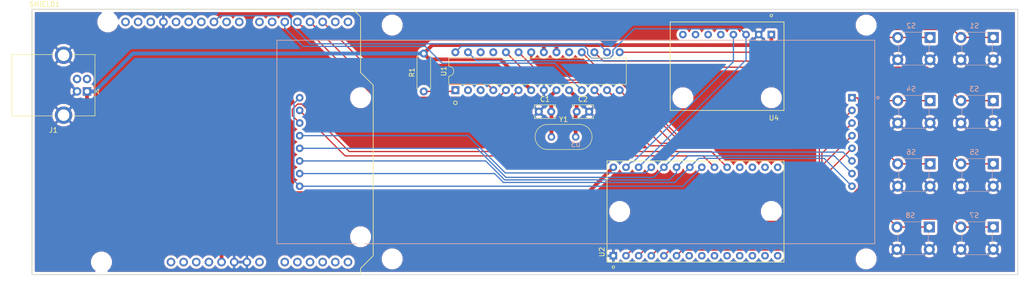
<source format=kicad_pcb>
(kicad_pcb (version 20171130) (host pcbnew "(5.0.0)")
  (title_block (title "Noise Clock") (date 2018-12-31) (rev 1.0) (comment 2 https://creativecommons.org/licenses/by/4.0/) (comment 3 "License: CC BY 4.0") (comment 4 "Author: Scott Almond"))
  (layers (0 F.Cu signal) (31 B.Cu signal) (34 B.Paste user) (35 F.Paste user) (36 B.SilkS user) (37 F.SilkS user) (38 B.Mask user) (39 F.Mask user) (44 Edge.Cuts user))
  (net 0 "")
  (net 1 "Net-(C1-Pad2)")
  (net 2 GND)
  (net 3 "Net-(C2-Pad1)")
  (net 4 +5V)
  (net 5 "Net-(J1-Pad2)")
  (net 6 "Net-(J1-Pad3)")
  (net 7 "Net-(R1-Pad1)")
  (net 8 "Net-(SHIELD1-Pad3V3)")
  (net 9 "Net-(SHIELD1-PadAREF)")
  (net 10 BR+)
  (net 11 "Net-(U1-Pad2)")
  (net 12 CCS)
  (net 13 "Net-(U1-Pad3)")
  (net 14 MIN+)
  (net 15 LCS)
  (net 16 HR+)
  (net 17 CLK)
  (net 18 "Net-(U1-Pad19)")
  (net 19 DI)
  (net 20 MIN-)
  (net 21 HR-)
  (net 22 LAT)
  (net 23 "Net-(U1-Pad25)")
  (net 24 SONG-)
  (net 25 "Net-(U1-Pad26)")
  (net 26 SONG+)
  (net 27 SDA)
  (net 28 BR-)
  (net 29 SCL)
  (net 30 "Net-(U2-Pad14)")
  (net 31 "Net-(U2-Pad13)")
  (net 32 "Net-(U2-Pad12)")
  (net 33 "Net-(U2-Pad11)")
  (net 34 "Net-(U2-Pad10)")
  (net 35 "Net-(U2-Pad9)")
  (net 36 "Net-(U2-Pad8)")
  (net 37 "Net-(U2-Pad7)")
  (net 38 COM1)
  (net 39 COM5)
  (net 40 COM4)
  (net 41 COM3)
  (net 42 COM2)
  (net 43 "Net-(U2-Pad15)")
  (net 44 "Net-(U2-Pad16)")
  (net 45 "Net-(U2-Pad17)")
  (net 46 "Net-(U2-Pad18)")
  (net 47 SEG_G)
  (net 48 SEG_F)
  (net 49 SEG_E_DP5)
  (net 50 SEG_D_DP2)
  (net 51 SEG_C_DP1)
  (net 52 SEG_B_DP3-4)
  (net 53 SEG_A)
  (net 54 "Net-(U4-Pad5)")
  (net 55 "Net-(U4-Pad6)")
  (net 56 "Net-(U4-Pad7)")
  (net 57 "Net-(U4-Pad8)")
  (net 58 "Net-(SHIELD1-PadA0)")
  (net 59 "Net-(SHIELD1-PadRST1)")
  (net 60 "Net-(SHIELD1-PadIORF)")
  (net 61 "Net-(SHIELD1-PadD0)")
  (net 62 "Net-(SHIELD1-PadD1)")
  (net 63 "Net-(SHIELD1-PadD6)")
  (net 64 "Net-(SHIELD1-PadD7)")
  (net 65 "Net-(SHIELD1-PadD8)")
  (net 66 "Net-(SHIELD1-PadD9)")
  (net 67 "Net-(SHIELD1-PadSCL)")
  (net 68 "Net-(SHIELD1-PadSDA)")
  (net 69 "Net-(SHIELD1-PadD13)")
  (net 70 "Net-(SHIELD1-PadD12)")
  (net 71 "Net-(SHIELD1-PadD11)")
  (net 72 "Net-(SHIELD1-PadA1)")
  (net 73 "Net-(SHIELD1-PadA2)")
  (net 74 "Net-(SHIELD1-PadA3)")
  (net 75 "Net-(SHIELD1-PadA4)")
  (net 76 "Net-(SHIELD1-PadA5)")
  (net 77 "Net-(SHIELD1-PadV_IN)")
  (net 78 "Net-(SHIELD1-PadNC)")
  (module Package_DIP:DIP-28_W7.62mm (layer F.Cu) (at 143.51 88.646 90)
    (fp_text reference U1 (at 3.81 -2.33 90) (layer F.SilkS))
    (fp_text value ATmega328P-PU)
    (pad 1 thru_hole rect (at 0 0 90) (size 1.6 1.6) (drill 0.8) (layers *.Cu *.Mask) (net 7 "Net-(R1-Pad1)"))
    (pad 15 thru_hole oval (at 7.62 33.02 90) (size 1.6 1.6) (drill 0.8) (layers *.Cu *.Mask) (net 24 SONG-))
    (pad 2 thru_hole oval (at 0 2.54 90) (size 1.6 1.6) (drill 0.8) (layers *.Cu *.Mask) (net 11 "Net-(U1-Pad2)"))
    (pad 16 thru_hole oval (at 7.62 30.48 90) (size 1.6 1.6) (drill 0.8) (layers *.Cu *.Mask) (net 12 CCS))
    (pad 3 thru_hole oval (at 0 5.08 90) (size 1.6 1.6) (drill 0.8) (layers *.Cu *.Mask) (net 13 "Net-(U1-Pad3)"))
    (pad 17 thru_hole oval (at 7.62 27.94 90) (size 1.6 1.6) (drill 0.8) (layers *.Cu *.Mask) (net 26 SONG+))
    (pad 4 thru_hole oval (at 0 7.62 90) (size 1.6 1.6) (drill 0.8) (layers *.Cu *.Mask) (net 15 LCS))
    (pad 18 thru_hole oval (at 7.62 25.4 90) (size 1.6 1.6) (drill 0.8) (layers *.Cu *.Mask) (net 28 BR-))
    (pad 5 thru_hole oval (at 0 10.16 90) (size 1.6 1.6) (drill 0.8) (layers *.Cu *.Mask) (net 17 CLK))
    (pad 19 thru_hole oval (at 7.62 22.86 90) (size 1.6 1.6) (drill 0.8) (layers *.Cu *.Mask) (net 18 "Net-(U1-Pad19)"))
    (pad 6 thru_hole oval (at 0 12.7 90) (size 1.6 1.6) (drill 0.8) (layers *.Cu *.Mask) (net 19 DI))
    (pad 20 thru_hole oval (at 7.62 20.32 90) (size 1.6 1.6) (drill 0.8) (layers *.Cu *.Mask) (net 4 +5V))
    (pad 7 thru_hole oval (at 0 15.24 90) (size 1.6 1.6) (drill 0.8) (layers *.Cu *.Mask) (net 4 +5V))
    (pad 21 thru_hole oval (at 7.62 17.78 90) (size 1.6 1.6) (drill 0.8) (layers *.Cu *.Mask) (net 4 +5V))
    (pad 8 thru_hole oval (at 0 17.78 90) (size 1.6 1.6) (drill 0.8) (layers *.Cu *.Mask) (net 2 GND))
    (pad 22 thru_hole oval (at 7.62 15.24 90) (size 1.6 1.6) (drill 0.8) (layers *.Cu *.Mask) (net 2 GND))
    (pad 9 thru_hole oval (at 0 20.32 90) (size 1.6 1.6) (drill 0.8) (layers *.Cu *.Mask) (net 1 "Net-(C1-Pad2)"))
    (pad 23 thru_hole oval (at 7.62 12.7 90) (size 1.6 1.6) (drill 0.8) (layers *.Cu *.Mask) (net 10 BR+))
    (pad 10 thru_hole oval (at 0 22.86 90) (size 1.6 1.6) (drill 0.8) (layers *.Cu *.Mask) (net 3 "Net-(C2-Pad1)"))
    (pad 24 thru_hole oval (at 7.62 10.16 90) (size 1.6 1.6) (drill 0.8) (layers *.Cu *.Mask) (net 20 MIN-))
    (pad 11 thru_hole oval (at 0 25.4 90) (size 1.6 1.6) (drill 0.8) (layers *.Cu *.Mask) (net 22 LAT))
    (pad 25 thru_hole oval (at 7.62 7.62 90) (size 1.6 1.6) (drill 0.8) (layers *.Cu *.Mask) (net 23 "Net-(U1-Pad25)"))
    (pad 12 thru_hole oval (at 0 27.94 90) (size 1.6 1.6) (drill 0.8) (layers *.Cu *.Mask) (net 16 HR+))
    (pad 26 thru_hole oval (at 7.62 5.08 90) (size 1.6 1.6) (drill 0.8) (layers *.Cu *.Mask) (net 25 "Net-(U1-Pad26)"))
    (pad 13 thru_hole oval (at 0 30.48 90) (size 1.6 1.6) (drill 0.8) (layers *.Cu *.Mask) (net 21 HR-))
    (pad 27 thru_hole oval (at 7.62 2.54 90) (size 1.6 1.6) (drill 0.8) (layers *.Cu *.Mask) (net 27 SDA))
    (pad 14 thru_hole oval (at 0 33.02 90) (size 1.6 1.6) (drill 0.8) (layers *.Cu *.Mask) (net 14 MIN+))
    (pad 28 thru_hole oval (at 7.62 0 90) (size 1.6 1.6) (drill 0.8) (layers *.Cu *.Mask) (net 29 SCL))
  )
  (module project_custom:KW4-12041CUGA (layer B.Cu) (at 167.715001 99.06 180)
    (fp_text reference U3 (at 0 -0.5 180) (layer B.SilkS) (effects (justify mirror)))
    (fp_text value KW4-12041CUGA)
    (pad 1 thru_hole rect (at -55.499 8.89 180) (size 1.524 1.524) (drill 0.762) (layers *.Cu *.Mask) (net 38 COM1))
    (pad 2 thru_hole circle (at -55.499 6.35 180) (size 1.524 1.524) (drill 0.762) (layers *.Cu *.Mask) (net 42 COM2))
    (pad 3 thru_hole circle (at -55.499 3.81 180) (size 1.524 1.524) (drill 0.762) (layers *.Cu *.Mask) (net 41 COM3))
    (pad 4 thru_hole circle (at -55.499 1.27 180) (size 1.524 1.524) (drill 0.762) (layers *.Cu *.Mask) (net 40 COM4))
    (pad 5 thru_hole circle (at -55.499 -1.27 180) (size 1.524 1.524) (drill 0.762) (layers *.Cu *.Mask) (net 39 COM5))
    (pad 6 thru_hole circle (at -55.499 -3.81 180) (size 1.524 1.524) (drill 0.762) (layers *.Cu *.Mask) (net 52 SEG_B_DP3-4))
    (pad 7 thru_hole circle (at -55.499 -6.35 180) (size 1.524 1.524) (drill 0.762) (layers *.Cu *.Mask) (net 51 SEG_C_DP1))
    (pad 8 thru_hole circle (at -55.499 -8.89 180) (size 1.524 1.524) (drill 0.762) (layers *.Cu *.Mask) (net 50 SEG_D_DP2))
    (pad 9 thru_hole circle (at 55.499 -8.89 180) (size 1.524 1.524) (drill 0.762) (layers *.Cu *.Mask) (net 49 SEG_E_DP5))
    (pad 10 thru_hole circle (at 55.499 -6.35 180) (size 1.524 1.524) (drill 0.762) (layers *.Cu *.Mask) (net 50 SEG_D_DP2))
    (pad 11 thru_hole circle (at 55.499 -3.81 180) (size 1.524 1.524) (drill 0.762) (layers *.Cu *.Mask) (net 51 SEG_C_DP1))
    (pad 12 thru_hole circle (at 55.499 -1.27 180) (size 1.524 1.524) (drill 0.762) (layers *.Cu *.Mask) (net 52 SEG_B_DP3-4))
    (pad 13 thru_hole circle (at 55.499 1.27 180) (size 1.524 1.524) (drill 0.762) (layers *.Cu *.Mask) (net 53 SEG_A))
    (pad 14 thru_hole circle (at 55.499 3.81 180) (size 1.524 1.524) (drill 0.762) (layers *.Cu *.Mask) (net 47 SEG_G))
    (pad 15 thru_hole circle (at 55.499 6.35 180) (size 1.524 1.524) (drill 0.762) (layers *.Cu *.Mask) (net 48 SEG_F))
    (pad 16 thru_hole circle (at 55.499 8.89 180) (size 1.524 1.524) (drill 0.762) (layers *.Cu *.Mask) (net 49 SEG_E_DP5))
  )
  (module project_custom:DS3231_breakout (layer F.Cu) (at 198.12 83.82 180)
    (fp_text reference U4 (at -9.398 -10.414 180) (layer F.SilkS))
    (fp_text value DS3231_breakout)
    (pad "" np_thru_hole circle (at 8.89 -6.35 180) (size 3.2 3.2) (drill 3.2) (layers *.Cu *.Mask))
    (pad "" np_thru_hole circle (at -8.89 -6.35 180) (size 3.2 3.2) (drill 3.2) (layers *.Cu *.Mask))
    (pad 8 thru_hole circle (at 8.89 6.35 180) (size 1.524 1.524) (drill 0.762) (layers *.Cu *.Mask) (net 57 "Net-(U4-Pad8)"))
    (pad 7 thru_hole circle (at 6.35 6.35 180) (size 1.524 1.524) (drill 0.762) (layers *.Cu *.Mask) (net 56 "Net-(U4-Pad7)"))
    (pad 6 thru_hole circle (at 3.81 6.35 180) (size 1.524 1.524) (drill 0.762) (layers *.Cu *.Mask) (net 55 "Net-(U4-Pad6)"))
    (pad 5 thru_hole circle (at 1.27 6.35 180) (size 1.524 1.524) (drill 0.762) (layers *.Cu *.Mask) (net 54 "Net-(U4-Pad5)"))
    (pad 4 thru_hole circle (at -1.27 6.35 180) (size 1.524 1.524) (drill 0.762) (layers *.Cu *.Mask) (net 27 SDA))
    (pad 3 thru_hole circle (at -3.81 6.35 180) (size 1.524 1.524) (drill 0.762) (layers *.Cu *.Mask) (net 29 SCL))
    (pad 2 thru_hole circle (at -6.35 6.35 180) (size 1.524 1.524) (drill 0.762) (layers *.Cu *.Mask) (net 2 GND))
    (pad 1 thru_hole rect (at -8.89 6.35 180) (size 1.524 1.524) (drill 0.762) (layers *.Cu *.Mask) (net 4 +5V))
  )
  (module project_custom:HT16K33_breakout (layer F.Cu) (at 191.77 113.03 90)
    (fp_text reference U2 (at -8.128 -18.796 90) (layer F.SilkS))
    (fp_text value HT16K33_breakout)
    (pad "" np_thru_hole circle (at 0 15.24 90) (size 3.2 3.2) (drill 3.2) (layers *.Cu *.Mask))
    (pad "" np_thru_hole circle (at 0 -15.24 90) (size 3.2 3.2) (drill 3.2) (layers *.Cu *.Mask))
    (pad 28 thru_hole circle (at 8.89 -16.51 90) (size 1.524 1.524) (drill 0.762) (layers *.Cu *.Mask) (net 4 +5V))
    (pad 27 thru_hole circle (at 8.89 -13.97 90) (size 1.524 1.524) (drill 0.762) (layers *.Cu *.Mask) (net 27 SDA))
    (pad 26 thru_hole circle (at 8.89 -11.43 90) (size 1.524 1.524) (drill 0.762) (layers *.Cu *.Mask) (net 29 SCL))
    (pad 25 thru_hole circle (at 8.89 -8.89 90) (size 1.524 1.524) (drill 0.762) (layers *.Cu *.Mask) (net 53 SEG_A))
    (pad 24 thru_hole circle (at 8.89 -6.35 90) (size 1.524 1.524) (drill 0.762) (layers *.Cu *.Mask) (net 52 SEG_B_DP3-4))
    (pad 23 thru_hole circle (at 8.89 -3.81 90) (size 1.524 1.524) (drill 0.762) (layers *.Cu *.Mask) (net 51 SEG_C_DP1))
    (pad 22 thru_hole circle (at 8.89 -1.143 90) (size 1.524 1.524) (drill 0.762) (layers *.Cu *.Mask) (net 50 SEG_D_DP2))
    (pad 21 thru_hole circle (at 8.89 1.27 90) (size 1.524 1.524) (drill 0.762) (layers *.Cu *.Mask) (net 49 SEG_E_DP5))
    (pad 20 thru_hole circle (at 8.89 3.81 90) (size 1.524 1.524) (drill 0.762) (layers *.Cu *.Mask) (net 48 SEG_F))
    (pad 19 thru_hole circle (at 8.89 6.35 90) (size 1.524 1.524) (drill 0.762) (layers *.Cu *.Mask) (net 47 SEG_G))
    (pad 18 thru_hole circle (at 8.89 8.89 90) (size 1.524 1.524) (drill 0.762) (layers *.Cu *.Mask) (net 46 "Net-(U2-Pad18)"))
    (pad 17 thru_hole circle (at 8.89 11.43 90) (size 1.524 1.524) (drill 0.762) (layers *.Cu *.Mask) (net 45 "Net-(U2-Pad17)"))
    (pad 16 thru_hole circle (at 8.89 13.97 90) (size 1.524 1.524) (drill 0.762) (layers *.Cu *.Mask) (net 44 "Net-(U2-Pad16)"))
    (pad 15 thru_hole circle (at 8.89 16.51 90) (size 1.524 1.524) (drill 0.762) (layers *.Cu *.Mask) (net 43 "Net-(U2-Pad15)"))
    (pad 1 thru_hole rect (at -8.89 -16.51 90) (size 1.524 1.524) (drill 0.762) (layers *.Cu *.Mask) (net 2 GND))
    (pad 2 thru_hole circle (at -8.89 -13.97 90) (size 1.524 1.524) (drill 0.762) (layers *.Cu *.Mask) (net 42 COM2))
    (pad 3 thru_hole circle (at -8.89 -11.43 90) (size 1.524 1.524) (drill 0.762) (layers *.Cu *.Mask) (net 41 COM3))
    (pad 4 thru_hole circle (at -8.89 -8.89 90) (size 1.524 1.524) (drill 0.762) (layers *.Cu *.Mask) (net 40 COM4))
    (pad 5 thru_hole circle (at -8.89 -6.35 90) (size 1.524 1.524) (drill 0.762) (layers *.Cu *.Mask) (net 39 COM5))
    (pad 6 thru_hole circle (at -8.89 -3.81 90) (size 1.524 1.524) (drill 0.762) (layers *.Cu *.Mask) (net 38 COM1))
    (pad 7 thru_hole circle (at -8.89 -1.27 90) (size 1.524 1.524) (drill 0.762) (layers *.Cu *.Mask) (net 37 "Net-(U2-Pad7)"))
    (pad 8 thru_hole circle (at -8.89 1.27 90) (size 1.524 1.524) (drill 0.762) (layers *.Cu *.Mask) (net 36 "Net-(U2-Pad8)"))
    (pad 9 thru_hole circle (at -8.89 3.81 90) (size 1.524 1.524) (drill 0.762) (layers *.Cu *.Mask) (net 35 "Net-(U2-Pad9)"))
    (pad 10 thru_hole circle (at -8.89 6.35 90) (size 1.524 1.524) (drill 0.762) (layers *.Cu *.Mask) (net 34 "Net-(U2-Pad10)"))
    (pad 11 thru_hole circle (at -8.89 8.89 90) (size 1.524 1.524) (drill 0.762) (layers *.Cu *.Mask) (net 33 "Net-(U2-Pad11)"))
    (pad 12 thru_hole circle (at -8.89 11.43 90) (size 1.524 1.524) (drill 0.762) (layers *.Cu *.Mask) (net 32 "Net-(U2-Pad12)"))
    (pad 13 thru_hole circle (at -8.89 13.97 90) (size 1.524 1.524) (drill 0.762) (layers *.Cu *.Mask) (net 31 "Net-(U2-Pad13)"))
    (pad 14 thru_hole circle (at -8.89 16.51 90) (size 1.524 1.524) (drill 0.762) (layers *.Cu *.Mask) (net 30 "Net-(U2-Pad14)"))
  )
  (module project_custom:Arduino_Uno_Shield (layer F.Cu) (at 58.42 125.73)
    (fp_text reference SHIELD1 (at 2.54 -54.356) (layer F.SilkS))
    (fp_text value ARDUINO_SHIELD)
    (pad A5 thru_hole oval (at 63.5 -2.54) (size 1.7272 1.7272) (drill 1.016) (layers *.Cu *.Mask) (net 76 "Net-(SHIELD1-PadA5)"))
    (pad A4 thru_hole oval (at 60.96 -2.54) (size 1.7272 1.7272) (drill 1.016) (layers *.Cu *.Mask) (net 75 "Net-(SHIELD1-PadA4)"))
    (pad A3 thru_hole oval (at 58.42 -2.54) (size 1.7272 1.7272) (drill 1.016) (layers *.Cu *.Mask) (net 74 "Net-(SHIELD1-PadA3)"))
    (pad A2 thru_hole oval (at 55.88 -2.54) (size 1.7272 1.7272) (drill 1.016) (layers *.Cu *.Mask) (net 73 "Net-(SHIELD1-PadA2)"))
    (pad A1 thru_hole oval (at 53.34 -2.54) (size 1.7272 1.7272) (drill 1.016) (layers *.Cu *.Mask) (net 72 "Net-(SHIELD1-PadA1)"))
    (pad NC thru_hole oval (at 27.94 -2.54) (size 1.7272 1.7272) (drill 1.016) (layers *.Cu *.Mask) (net 78 "Net-(SHIELD1-PadNC)"))
    (pad D11 thru_hole oval (at 34.036 -50.8) (size 1.7272 1.7272) (drill 1.016) (layers *.Cu *.Mask) (net 71 "Net-(SHIELD1-PadD11)"))
    (pad D12 thru_hole oval (at 31.496 -50.8) (size 1.7272 1.7272) (drill 1.016) (layers *.Cu *.Mask) (net 70 "Net-(SHIELD1-PadD12)"))
    (pad D13 thru_hole oval (at 28.956 -50.8) (size 1.7272 1.7272) (drill 1.016) (layers *.Cu *.Mask) (net 69 "Net-(SHIELD1-PadD13)"))
    (pad AREF thru_hole oval (at 23.876 -50.8) (size 1.7272 1.7272) (drill 1.016) (layers *.Cu *.Mask) (net 9 "Net-(SHIELD1-PadAREF)"))
    (pad SDA thru_hole oval (at 21.336 -50.8) (size 1.7272 1.7272) (drill 1.016) (layers *.Cu *.Mask) (net 68 "Net-(SHIELD1-PadSDA)"))
    (pad SCL thru_hole oval (at 18.796 -50.8) (size 1.7272 1.7272) (drill 1.016) (layers *.Cu *.Mask) (net 67 "Net-(SHIELD1-PadSCL)"))
    (pad "" np_thru_hole circle (at 13.97 -2.54) (size 3.2 3.2) (drill 3.2) (layers *.Cu *.Mask))
    (pad "" np_thru_hole circle (at 15.24 -50.8) (size 3.2 3.2) (drill 3.2) (layers *.Cu *.Mask))
    (pad "" np_thru_hole circle (at 66.04 -35.56) (size 3.2 3.2) (drill 3.2) (layers *.Cu *.Mask))
    (pad "" np_thru_hole circle (at 66.04 -7.62) (size 3.2 3.2) (drill 3.2) (layers *.Cu *.Mask))
    (pad D10 thru_hole oval (at 36.576 -50.8) (size 1.7272 1.7272) (drill 1.016) (layers *.Cu *.Mask) (net 12 CCS))
    (pad D9 thru_hole oval (at 39.116 -50.8) (size 1.7272 1.7272) (drill 1.016) (layers *.Cu *.Mask) (net 66 "Net-(SHIELD1-PadD9)"))
    (pad D8 thru_hole oval (at 41.656 -50.8) (size 1.7272 1.7272) (drill 1.016) (layers *.Cu *.Mask) (net 65 "Net-(SHIELD1-PadD8)"))
    (pad GND3 thru_hole oval (at 26.416 -50.8) (size 1.7272 1.7272) (drill 1.016) (layers *.Cu *.Mask) (net 2 GND))
    (pad D7 thru_hole oval (at 45.72 -50.8) (size 1.7272 1.7272) (drill 1.016) (layers *.Cu *.Mask) (net 64 "Net-(SHIELD1-PadD7)"))
    (pad D6 thru_hole oval (at 48.26 -50.8) (size 1.7272 1.7272) (drill 1.016) (layers *.Cu *.Mask) (net 63 "Net-(SHIELD1-PadD6)"))
    (pad D5 thru_hole oval (at 50.8 -50.8) (size 1.7272 1.7272) (drill 1.016) (layers *.Cu *.Mask) (net 22 LAT))
    (pad D4 thru_hole oval (at 53.34 -50.8) (size 1.7272 1.7272) (drill 1.016) (layers *.Cu *.Mask) (net 19 DI))
    (pad D3 thru_hole oval (at 55.88 -50.8) (size 1.7272 1.7272) (drill 1.016) (layers *.Cu *.Mask) (net 17 CLK))
    (pad D2 thru_hole oval (at 58.42 -50.8) (size 1.7272 1.7272) (drill 1.016) (layers *.Cu *.Mask) (net 15 LCS))
    (pad D1 thru_hole oval (at 60.96 -50.8) (size 1.7272 1.7272) (drill 1.016) (layers *.Cu *.Mask) (net 62 "Net-(SHIELD1-PadD1)"))
    (pad D0 thru_hole oval (at 63.5 -50.8) (size 1.7272 1.7272) (drill 1.016) (layers *.Cu *.Mask) (net 61 "Net-(SHIELD1-PadD0)"))
    (pad IORF thru_hole oval (at 30.48 -2.54) (size 1.7272 1.7272) (drill 1.016) (layers *.Cu *.Mask) (net 60 "Net-(SHIELD1-PadIORF)"))
    (pad RST1 thru_hole oval (at 33.02 -2.54) (size 1.7272 1.7272) (drill 1.016) (layers *.Cu *.Mask) (net 59 "Net-(SHIELD1-PadRST1)"))
    (pad 3V3 thru_hole oval (at 35.56 -2.54) (size 1.7272 1.7272) (drill 1.016) (layers *.Cu *.Mask) (net 8 "Net-(SHIELD1-Pad3V3)"))
    (pad 5VA thru_hole oval (at 38.1 -2.54) (size 1.7272 1.7272) (drill 1.016) (layers *.Cu *.Mask) (net 4 +5V))
    (pad GND1 thru_hole oval (at 40.64 -2.54) (size 1.7272 1.7272) (drill 1.016) (layers *.Cu *.Mask) (net 2 GND))
    (pad GND2 thru_hole oval (at 43.18 -2.54) (size 1.7272 1.7272) (drill 1.016) (layers *.Cu *.Mask) (net 2 GND))
    (pad V_IN thru_hole oval (at 45.72 -2.54) (size 1.7272 1.7272) (drill 1.016) (layers *.Cu *.Mask) (net 77 "Net-(SHIELD1-PadV_IN)"))
    (pad A0 thru_hole oval (at 50.8 -2.54) (size 1.7272 1.7272) (drill 1.016) (layers *.Cu *.Mask) (net 58 "Net-(SHIELD1-PadA0)"))
  )
  (module Capacitor_THT:C_Rect_L4.0mm_W2.5mm_P2.50mm (layer F.Cu) (at 160.274 92.964)
    (fp_text reference C1 (at 1.25 -2.5) (layer F.SilkS))
    (fp_text value 20pF)
    (pad 2 thru_hole circle (at 2.5 0) (size 1.6 1.6) (drill 0.8) (layers *.Cu *.Mask) (net 1 "Net-(C1-Pad2)"))
    (pad 1 thru_hole circle (at 0 0) (size 1.6 1.6) (drill 0.8) (layers *.Cu *.Mask) (net 2 GND))
  )
  (module Capacitor_THT:C_Rect_L4.0mm_W2.5mm_P2.50mm (layer F.Cu) (at 167.894 92.964)
    (fp_text reference C2 (at 1.25 -2.5) (layer F.SilkS))
    (fp_text value 20pF)
    (pad 2 thru_hole circle (at 2.5 0) (size 1.6 1.6) (drill 0.8) (layers *.Cu *.Mask) (net 2 GND))
    (pad 1 thru_hole circle (at 0 0) (size 1.6 1.6) (drill 0.8) (layers *.Cu *.Mask) (net 3 "Net-(C2-Pad1)"))
  )
  (module Connector_USB:USB_B_OST_USB-B1HSxx_Horizontal (layer F.Cu) (at 69.48 88.9 180)
    (fp_text reference J1 (at 6.76 -7.77 180) (layer F.SilkS))
    (fp_text value USB_B)
    (pad 5 thru_hole circle (at 4.71 7.27 180) (size 3.5 3.5) (drill 2.33) (layers *.Cu *.Mask) (net 2 GND))
    (pad 5 thru_hole circle (at 4.71 -4.77 180) (size 3.5 3.5) (drill 2.33) (layers *.Cu *.Mask) (net 2 GND))
    (pad 4 thru_hole circle (at 2 0 180) (size 1.7 1.7) (drill 0.92) (layers *.Cu *.Mask) (net 2 GND))
    (pad 3 thru_hole circle (at 2 2.5 180) (size 1.7 1.7) (drill 0.92) (layers *.Cu *.Mask) (net 6 "Net-(J1-Pad3)"))
    (pad 2 thru_hole circle (at 0 2.5 180) (size 1.7 1.7) (drill 0.92) (layers *.Cu *.Mask) (net 5 "Net-(J1-Pad2)"))
    (pad 1 thru_hole rect (at 0 0 180) (size 1.7 1.7) (drill 0.92) (layers *.Cu *.Mask) (net 4 +5V))
  )
  (module Resistor_THT:R_Axial_DIN0207_L6.3mm_D2.5mm_P7.62mm_Horizontal (layer F.Cu) (at 137.16 88.9 90)
    (fp_text reference R1 (at 3.81 -2.37 90) (layer F.SilkS))
    (fp_text value 10k)
    (pad 2 thru_hole oval (at 7.62 0 90) (size 1.6 1.6) (drill 0.8) (layers *.Cu *.Mask) (net 4 +5V))
    (pad 1 thru_hole circle (at 0 0 90) (size 1.6 1.6) (drill 0.8) (layers *.Cu *.Mask) (net 7 "Net-(R1-Pad1)"))
  )
  (module digikey-footprints:Switch_Tactile_THT_6x6mm (layer B.Cu) (at 251.61 78.05 180)
    (fp_text reference S1 (at 3.81 2.3368 180) (layer B.SilkS) (effects (justify mirror)))
    (fp_text value SONG-)
    (pad 3 thru_hole circle (at 0 -4.5 180) (size 2.2 2.2) (drill 1.2) (layers *.Cu *.Mask) (net 2 GND))
    (pad 4 thru_hole circle (at 6.5 -4.5 180) (size 2.2 2.2) (drill 1.2) (layers *.Cu *.Mask) (net 2 GND))
    (pad 2 thru_hole circle (at 6.5 0 180) (size 2.2 2.2) (drill 1.2) (layers *.Cu *.Mask) (net 24 SONG-))
    (pad 1 thru_hole rect (at 0 0 180) (size 2.2 2.2) (drill 1.2) (layers *.Cu *.Mask) (net 24 SONG-))
  )
  (module digikey-footprints:Switch_Tactile_THT_6x6mm (layer B.Cu) (at 238.91 78.05 180)
    (fp_text reference S2 (at 3.81 2.3368 180) (layer B.SilkS) (effects (justify mirror)))
    (fp_text value SONG+)
    (pad 3 thru_hole circle (at 0 -4.5 180) (size 2.2 2.2) (drill 1.2) (layers *.Cu *.Mask) (net 2 GND))
    (pad 4 thru_hole circle (at 6.5 -4.5 180) (size 2.2 2.2) (drill 1.2) (layers *.Cu *.Mask) (net 2 GND))
    (pad 2 thru_hole circle (at 6.5 0 180) (size 2.2 2.2) (drill 1.2) (layers *.Cu *.Mask) (net 26 SONG+))
    (pad 1 thru_hole rect (at 0 0 180) (size 2.2 2.2) (drill 1.2) (layers *.Cu *.Mask) (net 26 SONG+))
  )
  (module digikey-footprints:Switch_Tactile_THT_6x6mm (layer B.Cu) (at 251.61 90.75 180)
    (fp_text reference S3 (at 3.81 2.3368 180) (layer B.SilkS) (effects (justify mirror)))
    (fp_text value BR-)
    (pad 3 thru_hole circle (at 0 -4.5 180) (size 2.2 2.2) (drill 1.2) (layers *.Cu *.Mask) (net 2 GND))
    (pad 4 thru_hole circle (at 6.5 -4.5 180) (size 2.2 2.2) (drill 1.2) (layers *.Cu *.Mask) (net 2 GND))
    (pad 2 thru_hole circle (at 6.5 0 180) (size 2.2 2.2) (drill 1.2) (layers *.Cu *.Mask) (net 28 BR-))
    (pad 1 thru_hole rect (at 0 0 180) (size 2.2 2.2) (drill 1.2) (layers *.Cu *.Mask) (net 28 BR-))
  )
  (module digikey-footprints:Switch_Tactile_THT_6x6mm (layer B.Cu) (at 238.91 90.75 180)
    (fp_text reference S4 (at 3.81 2.3368 180) (layer B.SilkS) (effects (justify mirror)))
    (fp_text value BR+)
    (pad 3 thru_hole circle (at 0 -4.5 180) (size 2.2 2.2) (drill 1.2) (layers *.Cu *.Mask) (net 2 GND))
    (pad 4 thru_hole circle (at 6.5 -4.5 180) (size 2.2 2.2) (drill 1.2) (layers *.Cu *.Mask) (net 2 GND))
    (pad 2 thru_hole circle (at 6.5 0 180) (size 2.2 2.2) (drill 1.2) (layers *.Cu *.Mask) (net 10 BR+))
    (pad 1 thru_hole rect (at 0 0 180) (size 2.2 2.2) (drill 1.2) (layers *.Cu *.Mask) (net 10 BR+))
  )
  (module digikey-footprints:Switch_Tactile_THT_6x6mm (layer B.Cu) (at 251.61 103.45 180)
    (fp_text reference S5 (at 3.81 2.3368 180) (layer B.SilkS) (effects (justify mirror)))
    (fp_text value MIN-)
    (pad 3 thru_hole circle (at 0 -4.5 180) (size 2.2 2.2) (drill 1.2) (layers *.Cu *.Mask) (net 2 GND))
    (pad 4 thru_hole circle (at 6.5 -4.5 180) (size 2.2 2.2) (drill 1.2) (layers *.Cu *.Mask) (net 2 GND))
    (pad 2 thru_hole circle (at 6.5 0 180) (size 2.2 2.2) (drill 1.2) (layers *.Cu *.Mask) (net 20 MIN-))
    (pad 1 thru_hole rect (at 0 0 180) (size 2.2 2.2) (drill 1.2) (layers *.Cu *.Mask) (net 20 MIN-))
  )
  (module digikey-footprints:Switch_Tactile_THT_6x6mm (layer B.Cu) (at 238.91 103.45 180)
    (fp_text reference S6 (at 3.81 2.3368 180) (layer B.SilkS) (effects (justify mirror)))
    (fp_text value MIN+)
    (pad 3 thru_hole circle (at 0 -4.5 180) (size 2.2 2.2) (drill 1.2) (layers *.Cu *.Mask) (net 2 GND))
    (pad 4 thru_hole circle (at 6.5 -4.5 180) (size 2.2 2.2) (drill 1.2) (layers *.Cu *.Mask) (net 2 GND))
    (pad 2 thru_hole circle (at 6.5 0 180) (size 2.2 2.2) (drill 1.2) (layers *.Cu *.Mask) (net 14 MIN+))
    (pad 1 thru_hole rect (at 0 0 180) (size 2.2 2.2) (drill 1.2) (layers *.Cu *.Mask) (net 14 MIN+))
  )
  (module digikey-footprints:Switch_Tactile_THT_6x6mm (layer B.Cu) (at 251.61 116.15 180)
    (fp_text reference S7 (at 3.81 2.3368 180) (layer B.SilkS) (effects (justify mirror)))
    (fp_text value HR-)
    (pad 3 thru_hole circle (at 0 -4.5 180) (size 2.2 2.2) (drill 1.2) (layers *.Cu *.Mask) (net 2 GND))
    (pad 4 thru_hole circle (at 6.5 -4.5 180) (size 2.2 2.2) (drill 1.2) (layers *.Cu *.Mask) (net 2 GND))
    (pad 2 thru_hole circle (at 6.5 0 180) (size 2.2 2.2) (drill 1.2) (layers *.Cu *.Mask) (net 21 HR-))
    (pad 1 thru_hole rect (at 0 0 180) (size 2.2 2.2) (drill 1.2) (layers *.Cu *.Mask) (net 21 HR-))
  )
  (module digikey-footprints:Switch_Tactile_THT_6x6mm (layer B.Cu) (at 238.76 116.15 180)
    (fp_text reference S8 (at 3.81 2.3368 180) (layer B.SilkS) (effects (justify mirror)))
    (fp_text value HR+)
    (pad 3 thru_hole circle (at 0 -4.5 180) (size 2.2 2.2) (drill 1.2) (layers *.Cu *.Mask) (net 2 GND))
    (pad 4 thru_hole circle (at 6.5 -4.5 180) (size 2.2 2.2) (drill 1.2) (layers *.Cu *.Mask) (net 2 GND))
    (pad 2 thru_hole circle (at 6.5 0 180) (size 2.2 2.2) (drill 1.2) (layers *.Cu *.Mask) (net 16 HR+))
    (pad 1 thru_hole rect (at 0 0 180) (size 2.2 2.2) (drill 1.2) (layers *.Cu *.Mask) (net 16 HR+))
  )
  (module Crystal:Crystal_HC49-4H_Vertical (layer F.Cu) (at 162.814 98.044)
    (fp_text reference Y1 (at 2.44 -3.525) (layer F.SilkS))
    (fp_text value 16MHz)
    (pad 2 thru_hole circle (at 4.88 0) (size 1.5 1.5) (drill 0.8) (layers *.Cu *.Mask) (net 3 "Net-(C2-Pad1)"))
    (pad 1 thru_hole circle (at 0 0) (size 1.5 1.5) (drill 0.8) (layers *.Cu *.Mask) (net 1 "Net-(C1-Pad2)"))
  )
  (module project_custom:drill_hole (layer F.Cu) (at 130.81 75.565)
    (fp_text reference REF** hide)
    (fp_text value drill_hole hide)
    (pad "" np_thru_hole circle (at 0 0) (size 3.2 3.2) (drill 3.2) (layers *.Cu *.Mask))
  )
  (module project_custom:drill_hole (layer F.Cu) (at 226.06 75.565)
    (fp_text reference REF** hide)
    (fp_text value drill_hole hide)
    (pad "" np_thru_hole circle (at 0 0) (size 3.2 3.2) (drill 3.2) (layers *.Cu *.Mask))
  )
  (module project_custom:drill_hole (layer F.Cu) (at 130.81 122.555)
    (fp_text reference REF** hide)
    (fp_text value drill_hole hide)
    (pad "" np_thru_hole circle (at 0 0) (size 3.2 3.2) (drill 3.2) (layers *.Cu *.Mask))
  )
  (module project_custom:drill_hole (layer F.Cu) (at 226.06 122.555)
    (fp_text reference REF** hide)
    (fp_text value drill_hole hide)
    (pad "" np_thru_hole circle (at 0 0) (size 3.2 3.2) (drill 3.2) (layers *.Cu *.Mask))
  )
  (gr_line (start 58.42 72.39) (end 58.42 125.73) (layer Edge.Cuts) (width 0.15))
  (gr_line (start 256.54 125.73) (end 58.42 125.73) (layer Edge.Cuts) (width 0.15))
  (gr_line (start 256.54 72.39) (end 256.54 125.73) (layer Edge.Cuts) (width 0.15))
  (gr_line (start 58.42 72.39) (end 256.54 72.39) (layer Edge.Cuts) (width 0.15))
  (segment (start 162.814 93.004) (end 162.774 92.964) (width 0.762) (layer F.Cu) (net 1))
  (segment (start 162.814 98.044) (end 162.814 93.004) (width 0.762) (layer F.Cu) (net 1))
  (segment (start 162.774 89.702) (end 163.83 88.646) (width 0.762) (layer F.Cu) (net 1))
  (segment (start 162.774 92.964) (end 162.774 89.702) (width 0.762) (layer F.Cu) (net 1))
  (segment (start 167.694 93.164) (end 167.894 92.964) (width 0.762) (layer F.Cu) (net 3))
  (segment (start 167.694 98.044) (end 167.694 93.164) (width 0.762) (layer F.Cu) (net 3))
  (segment (start 167.894 90.17) (end 166.37 88.646) (width 0.762) (layer F.Cu) (net 3))
  (segment (start 167.894 92.964) (end 167.894 90.17) (width 0.762) (layer F.Cu) (net 3))
  (segment (start 170.052999 109.347001) (end 175.26 104.14) (width 0.762) (layer F.Cu) (net 4))
  (segment (start 69.48 90.512) (end 88.315001 109.347001) (width 0.762) (layer F.Cu) (net 4))
  (segment (start 69.48 88.9) (end 69.48 90.512) (width 0.762) (layer F.Cu) (net 4))
  (segment (start 96.52 123.19) (end 96.52 109.347001) (width 0.762) (layer F.Cu) (net 4))
  (segment (start 88.315001 109.347001) (end 96.52 109.347001) (width 0.762) (layer F.Cu) (net 4))
  (segment (start 96.52 109.347001) (end 170.052999 109.347001) (width 0.762) (layer F.Cu) (net 4))
  (segment (start 78.712 81.28) (end 137.16 81.28) (width 0.762) (layer B.Cu) (net 4))
  (segment (start 71.092 88.9) (end 78.712 81.28) (width 0.762) (layer B.Cu) (net 4))
  (segment (start 69.48 88.9) (end 71.092 88.9) (width 0.762) (layer B.Cu) (net 4))
  (segment (start 207.01 78.994) (end 207.01 77.47) (width 0.762) (layer F.Cu) (net 4))
  (segment (start 206.413001 79.590999) (end 207.01 78.994) (width 0.762) (layer F.Cu) (net 4))
  (segment (start 137.16 81.28) (end 138.849001 79.590999) (width 0.762) (layer F.Cu) (net 4))
  (segment (start 161.29 81.026) (end 161.29 79.590999) (width 0.762) (layer F.Cu) (net 4))
  (segment (start 138.849001 79.590999) (end 161.29 79.590999) (width 0.762) (layer F.Cu) (net 4))
  (segment (start 163.83 79.844999) (end 163.576 79.590999) (width 0.762) (layer F.Cu) (net 4))
  (segment (start 163.83 81.026) (end 163.83 79.844999) (width 0.762) (layer F.Cu) (net 4))
  (segment (start 161.29 79.590999) (end 163.576 79.590999) (width 0.762) (layer F.Cu) (net 4))
  (segment (start 163.576 79.590999) (end 206.413001 79.590999) (width 0.762) (layer F.Cu) (net 4))
  (segment (start 137.959999 82.079999) (end 137.16 81.28) (width 0.762) (layer F.Cu) (net 4))
  (segment (start 138.341001 82.461001) (end 137.959999 82.079999) (width 0.762) (layer F.Cu) (net 4))
  (segment (start 152.565001 82.461001) (end 138.341001 82.461001) (width 0.762) (layer F.Cu) (net 4))
  (segment (start 158.75 88.646) (end 152.565001 82.461001) (width 0.762) (layer F.Cu) (net 4))
  (segment (start 143.256 88.9) (end 143.51 88.646) (width 0.254) (layer F.Cu) (net 7))
  (segment (start 137.16 88.9) (end 143.256 88.9) (width 0.254) (layer F.Cu) (net 7))
  (segment (start 238.91 90.75) (end 232.41 90.75) (width 0.254) (layer F.Cu) (net 10))
  (segment (start 161.798 86.614) (end 156.21 81.026) (width 0.254) (layer F.Cu) (net 10))
  (segment (start 177.038 86.614) (end 161.798 86.614) (width 0.254) (layer F.Cu) (net 10))
  (segment (start 232.41 90.75) (end 229.18 90.75) (width 0.254) (layer F.Cu) (net 10))
  (segment (start 209.55 97.79) (end 188.214 97.79) (width 0.254) (layer F.Cu) (net 10))
  (segment (start 188.214 97.79) (end 177.038 86.614) (width 0.254) (layer F.Cu) (net 10))
  (segment (start 229.18 90.75) (end 224.79 86.36) (width 0.254) (layer F.Cu) (net 10))
  (segment (start 224.79 86.36) (end 220.98 86.36) (width 0.254) (layer F.Cu) (net 10))
  (segment (start 220.98 86.36) (end 209.55 97.79) (width 0.254) (layer F.Cu) (net 10))
  (segment (start 173.99 81.026) (end 172.300989 79.336989) (width 0.254) (layer B.Cu) (net 12))
  (segment (start 110.515399 75.552388) (end 114.3 79.336989) (width 0.254) (layer B.Cu) (net 12))
  (segment (start 110.515399 74.383389) (end 110.515399 75.552388) (width 0.254) (layer B.Cu) (net 12))
  (segment (start 109.817409 73.685399) (end 110.515399 74.383389) (width 0.254) (layer B.Cu) (net 12))
  (segment (start 96.240601 73.685399) (end 109.817409 73.685399) (width 0.254) (layer B.Cu) (net 12))
  (segment (start 94.996 74.93) (end 96.240601 73.685399) (width 0.254) (layer B.Cu) (net 12))
  (segment (start 172.300989 79.336989) (end 114.3 79.336989) (width 0.254) (layer B.Cu) (net 12))
  (segment (start 232.41 103.45) (end 238.91 103.45) (width 0.254) (layer F.Cu) (net 14))
  (segment (start 177.329999 89.445999) (end 176.53 88.646) (width 0.254) (layer F.Cu) (net 14))
  (segment (start 186.69 98.806) (end 177.329999 89.445999) (width 0.254) (layer F.Cu) (net 14))
  (segment (start 226.060011 97.100011) (end 226.06001 89.197574) (width 0.254) (layer F.Cu) (net 14))
  (segment (start 232.41 103.45) (end 226.060011 97.100011) (width 0.254) (layer F.Cu) (net 14))
  (segment (start 226.06001 89.197574) (end 224.492425 87.629989) (width 0.254) (layer F.Cu) (net 14))
  (segment (start 224.492425 87.629989) (end 221.742011 87.629989) (width 0.254) (layer F.Cu) (net 14))
  (segment (start 221.742011 87.629989) (end 210.566 98.806) (width 0.254) (layer F.Cu) (net 14))
  (segment (start 210.566 98.806) (end 186.69 98.806) (width 0.254) (layer F.Cu) (net 14))
  (segment (start 151.13 88.646) (end 149.948999 87.464999) (width 0.254) (layer F.Cu) (net 15))
  (segment (start 129.374999 87.464999) (end 116.84 74.93) (width 0.254) (layer F.Cu) (net 15))
  (segment (start 149.948999 87.464999) (end 129.374999 87.464999) (width 0.254) (layer F.Cu) (net 15))
  (segment (start 238.76 116.15) (end 232.26 116.15) (width 0.254) (layer F.Cu) (net 16))
  (segment (start 172.249999 89.445999) (end 171.45 88.646) (width 0.254) (layer F.Cu) (net 16))
  (segment (start 225.044 108.934) (end 225.044 89.662) (width 0.254) (layer F.Cu) (net 16))
  (segment (start 232.26 116.15) (end 225.044 108.934) (width 0.254) (layer F.Cu) (net 16))
  (segment (start 225.044 89.662) (end 224.028 88.646) (width 0.254) (layer F.Cu) (net 16))
  (segment (start 224.028 88.646) (end 222.25 88.646) (width 0.254) (layer F.Cu) (net 16))
  (segment (start 182.626 99.822) (end 172.249999 89.445999) (width 0.254) (layer F.Cu) (net 16))
  (segment (start 222.25 88.646) (end 211.074 99.822) (width 0.254) (layer F.Cu) (net 16))
  (segment (start 211.074 99.822) (end 182.626 99.822) (width 0.254) (layer F.Cu) (net 16))
  (segment (start 115.163599 75.793599) (end 114.3 74.93) (width 0.254) (layer F.Cu) (net 17))
  (segment (start 129.451001 90.081001) (end 115.163599 75.793599) (width 0.254) (layer F.Cu) (net 17))
  (segment (start 152.234999 90.081001) (end 129.451001 90.081001) (width 0.254) (layer F.Cu) (net 17))
  (segment (start 153.67 88.646) (end 152.234999 90.081001) (width 0.254) (layer F.Cu) (net 17))
  (segment (start 112.623599 75.793599) (end 111.76 74.93) (width 0.254) (layer F.Cu) (net 19))
  (segment (start 113.015481 75.793599) (end 112.623599 75.793599) (width 0.254) (layer F.Cu) (net 19))
  (segment (start 127.810893 90.589011) (end 113.015481 75.793599) (width 0.254) (layer F.Cu) (net 19))
  (segment (start 154.266989 90.589011) (end 127.810893 90.589011) (width 0.254) (layer F.Cu) (net 19))
  (segment (start 156.21 88.646) (end 154.266989 90.589011) (width 0.254) (layer F.Cu) (net 19))
  (segment (start 245.11 103.45) (end 251.61 103.45) (width 0.254) (layer F.Cu) (net 20))
  (segment (start 187.923962 98.298) (end 176.747962 87.122) (width 0.254) (layer F.Cu) (net 20))
  (segment (start 176.747962 87.122) (end 159.766 87.122) (width 0.254) (layer F.Cu) (net 20))
  (segment (start 210.058 98.298) (end 187.923962 98.298) (width 0.254) (layer F.Cu) (net 20))
  (segment (start 245.11 103.45) (end 243.447612 101.787612) (width 0.254) (layer F.Cu) (net 20))
  (segment (start 221.488 86.868) (end 210.058 98.298) (width 0.254) (layer F.Cu) (net 20))
  (segment (start 243.447612 101.787612) (end 232.089612 101.787612) (width 0.254) (layer F.Cu) (net 20))
  (segment (start 232.089612 101.787612) (end 226.822 96.52) (width 0.254) (layer F.Cu) (net 20))
  (segment (start 159.766 87.122) (end 153.67 81.026) (width 0.254) (layer F.Cu) (net 20))
  (segment (start 226.822 96.52) (end 226.822 89.154) (width 0.254) (layer F.Cu) (net 20))
  (segment (start 226.822 89.154) (end 224.536 86.868) (width 0.254) (layer F.Cu) (net 20))
  (segment (start 224.536 86.868) (end 221.488 86.868) (width 0.254) (layer F.Cu) (net 20))
  (segment (start 251.61 116.15) (end 245.11 116.15) (width 0.254) (layer F.Cu) (net 21))
  (segment (start 184.658 99.314) (end 174.789999 89.445999) (width 0.254) (layer F.Cu) (net 21))
  (segment (start 210.82 99.314) (end 184.658 99.314) (width 0.254) (layer F.Cu) (net 21))
  (segment (start 221.996 88.138) (end 210.82 99.314) (width 0.254) (layer F.Cu) (net 21))
  (segment (start 243.514 114.554) (end 231.902 114.554) (width 0.254) (layer F.Cu) (net 21))
  (segment (start 174.789999 89.445999) (end 173.99 88.646) (width 0.254) (layer F.Cu) (net 21))
  (segment (start 245.11 116.15) (end 243.514 114.554) (width 0.254) (layer F.Cu) (net 21))
  (segment (start 231.902 114.554) (end 225.552 108.204) (width 0.254) (layer F.Cu) (net 21))
  (segment (start 225.552 108.204) (end 225.552 89.408) (width 0.254) (layer F.Cu) (net 21))
  (segment (start 225.552 89.408) (end 224.282 88.138) (width 0.254) (layer F.Cu) (net 21))
  (segment (start 224.282 88.138) (end 221.996 88.138) (width 0.254) (layer F.Cu) (net 21))
  (segment (start 140.850903 83.223021) (end 137.472881 79.844999) (width 0.254) (layer B.Cu) (net 22))
  (segment (start 168.91 88.646) (end 163.487021 83.223021) (width 0.254) (layer B.Cu) (net 22))
  (segment (start 163.487021 83.223021) (end 140.850903 83.223021) (width 0.254) (layer B.Cu) (net 22))
  (segment (start 112.913685 79.844999) (end 137.472881 79.844999) (width 0.254) (layer B.Cu) (net 22))
  (segment (start 109.22 76.151314) (end 112.913685 79.844999) (width 0.254) (layer B.Cu) (net 22))
  (segment (start 109.22 74.93) (end 109.22 76.151314) (width 0.254) (layer B.Cu) (net 22))
  (segment (start 245.11 78.05) (end 251.61 78.05) (width 0.254) (layer F.Cu) (net 24))
  (segment (start 224.028 81.026) (end 176.53 81.026) (width 0.254) (layer F.Cu) (net 24))
  (segment (start 228.6 76.454) (end 224.028 81.026) (width 0.254) (layer F.Cu) (net 24))
  (segment (start 245.11 78.05) (end 243.514 76.454) (width 0.254) (layer F.Cu) (net 24))
  (segment (start 243.514 76.454) (end 228.6 76.454) (width 0.254) (layer F.Cu) (net 24))
  (segment (start 232.41 78.05) (end 238.91 78.05) (width 0.254) (layer F.Cu) (net 26))
  (segment (start 172.249999 81.825999) (end 171.45 81.026) (width 0.254) (layer F.Cu) (net 26))
  (segment (start 173.228 82.804) (end 172.249999 81.825999) (width 0.254) (layer F.Cu) (net 26))
  (segment (start 226.06 82.804) (end 173.228 82.804) (width 0.254) (layer F.Cu) (net 26))
  (segment (start 232.41 78.05) (end 230.814 78.05) (width 0.254) (layer F.Cu) (net 26))
  (segment (start 230.814 78.05) (end 226.06 82.804) (width 0.254) (layer F.Cu) (net 26))
  (segment (start 199.39 82.804) (end 199.39 77.47) (width 0.254) (layer B.Cu) (net 27))
  (segment (start 178.943001 102.996999) (end 179.334883 102.996999) (width 0.254) (layer B.Cu) (net 27))
  (segment (start 177.8 104.14) (end 178.943001 102.996999) (width 0.254) (layer B.Cu) (net 27))
  (segment (start 179.334883 102.996999) (end 199.39 82.941882) (width 0.254) (layer B.Cu) (net 27))
  (segment (start 199.301011 82.715011) (end 199.39 82.804) (width 0.254) (layer B.Cu) (net 27))
  (segment (start 147.739011 82.715011) (end 199.301011 82.715011) (width 0.254) (layer B.Cu) (net 27))
  (segment (start 146.05 81.026) (end 147.739011 82.715011) (width 0.254) (layer B.Cu) (net 27))
  (segment (start 199.39 82.941882) (end 199.39 82.804) (width 0.254) (layer B.Cu) (net 27))
  (segment (start 251.61 90.75) (end 245.11 90.75) (width 0.254) (layer F.Cu) (net 28))
  (segment (start 169.709999 81.825999) (end 168.91 81.026) (width 0.254) (layer F.Cu) (net 28))
  (segment (start 171.915001 84.031001) (end 169.709999 81.825999) (width 0.254) (layer F.Cu) (net 28))
  (segment (start 238.391001 84.031001) (end 171.915001 84.031001) (width 0.254) (layer F.Cu) (net 28))
  (segment (start 245.11 90.75) (end 238.391001 84.031001) (width 0.254) (layer F.Cu) (net 28))
  (segment (start 201.93 82.55) (end 201.93 77.47) (width 0.254) (layer B.Cu) (net 29))
  (segment (start 180.34 104.14) (end 201.93 82.55) (width 0.254) (layer B.Cu) (net 29))
  (segment (start 144.309999 80.226001) (end 143.51 81.026) (width 0.254) (layer B.Cu) (net 29))
  (segment (start 144.691001 79.844999) (end 144.309999 80.226001) (width 0.254) (layer B.Cu) (net 29))
  (segment (start 169.476881 79.844999) (end 144.691001 79.844999) (width 0.254) (layer B.Cu) (net 29))
  (segment (start 170.091001 80.459119) (end 169.476881 79.844999) (width 0.254) (layer B.Cu) (net 29))
  (segment (start 170.091001 81.445001) (end 170.091001 80.459119) (width 0.254) (layer B.Cu) (net 29))
  (segment (start 170.853001 82.207001) (end 170.091001 81.445001) (width 0.254) (layer B.Cu) (net 29))
  (segment (start 174.556881 82.207001) (end 170.853001 82.207001) (width 0.254) (layer B.Cu) (net 29))
  (segment (start 175.171001 81.592881) (end 174.556881 82.207001) (width 0.254) (layer B.Cu) (net 29))
  (segment (start 175.171001 80.606999) (end 175.171001 81.592881) (width 0.254) (layer B.Cu) (net 29))
  (segment (start 179.451001 76.326999) (end 175.171001 80.606999) (width 0.254) (layer B.Cu) (net 29))
  (segment (start 200.786999 76.326999) (end 179.451001 76.326999) (width 0.254) (layer B.Cu) (net 29))
  (segment (start 201.93 77.47) (end 200.786999 76.326999) (width 0.254) (layer B.Cu) (net 29))
  (segment (start 224.230001 90.17) (end 223.214001 90.17) (width 0.254) (layer F.Cu) (net 38))
  (segment (start 224.536 90.475999) (end 224.230001 90.17) (width 0.254) (layer F.Cu) (net 38))
  (segment (start 224.536 108.319643) (end 224.536 90.475999) (width 0.254) (layer F.Cu) (net 38))
  (segment (start 212.078644 120.776999) (end 224.536 108.319643) (width 0.254) (layer F.Cu) (net 38))
  (segment (start 187.96 121.92) (end 189.103001 120.776999) (width 0.254) (layer F.Cu) (net 38))
  (segment (start 189.103001 120.776999) (end 212.078644 120.776999) (width 0.254) (layer F.Cu) (net 38))
  (segment (start 190.80497 116.53503) (end 208.708273 116.535029) (width 0.254) (layer F.Cu) (net 39))
  (segment (start 185.42 121.92) (end 190.80497 116.53503) (width 0.254) (layer F.Cu) (net 39))
  (segment (start 208.708273 116.535029) (end 218.18601 107.057292) (width 0.254) (layer F.Cu) (net 39))
  (segment (start 218.18601 105.357991) (end 223.214001 100.33) (width 0.254) (layer F.Cu) (net 39))
  (segment (start 218.18601 107.057292) (end 218.18601 105.357991) (width 0.254) (layer F.Cu) (net 39))
  (segment (start 208.497848 116.02702) (end 217.678 106.846868) (width 0.254) (layer F.Cu) (net 40))
  (segment (start 182.88 121.92) (end 188.77298 116.02702) (width 0.254) (layer F.Cu) (net 40))
  (segment (start 188.77298 116.02702) (end 208.497848 116.02702) (width 0.254) (layer F.Cu) (net 40))
  (segment (start 217.678 103.326001) (end 223.214001 97.79) (width 0.254) (layer F.Cu) (net 40))
  (segment (start 217.678 106.846868) (end 217.678 103.326001) (width 0.254) (layer F.Cu) (net 40))
  (segment (start 223.214001 95.301999) (end 223.214001 95.25) (width 0.254) (layer F.Cu) (net 41))
  (segment (start 217.17 101.346) (end 223.214001 95.301999) (width 0.254) (layer F.Cu) (net 41))
  (segment (start 217.17 106.636434) (end 217.17 101.346) (width 0.254) (layer F.Cu) (net 41))
  (segment (start 208.287423 115.519011) (end 217.17 106.636434) (width 0.254) (layer F.Cu) (net 41))
  (segment (start 180.34 121.92) (end 186.740989 115.519011) (width 0.254) (layer F.Cu) (net 41))
  (segment (start 186.740989 115.519011) (end 208.287423 115.519011) (width 0.254) (layer F.Cu) (net 41))
  (segment (start 184.708999 115.011001) (end 208.076999 115.011001) (width 0.254) (layer F.Cu) (net 42))
  (segment (start 177.8 121.92) (end 184.708999 115.011001) (width 0.254) (layer F.Cu) (net 42))
  (segment (start 208.076999 115.011001) (end 216.662 106.426) (width 0.254) (layer F.Cu) (net 42))
  (segment (start 216.662 99.262001) (end 223.214001 92.71) (width 0.254) (layer F.Cu) (net 42))
  (segment (start 216.662 106.426) (end 216.662 99.262001) (width 0.254) (layer F.Cu) (net 42))
  (segment (start 195.072 101.092) (end 195.58 101.6) (width 0.254) (layer F.Cu) (net 47))
  (segment (start 195.58 101.6) (end 198.12 104.14) (width 0.254) (layer F.Cu) (net 47))
  (segment (start 110.744 93.777999) (end 112.216001 95.25) (width 0.254) (layer F.Cu) (net 47))
  (segment (start 194.957882 100.977882) (end 122.175525 100.977882) (width 0.254) (layer F.Cu) (net 47))
  (segment (start 195.58 101.6) (end 194.957882 100.977882) (width 0.254) (layer F.Cu) (net 47))
  (segment (start 112.637643 91.44) (end 111.794359 91.44) (width 0.254) (layer F.Cu) (net 47))
  (segment (start 111.794359 91.44) (end 110.744 92.490359) (width 0.254) (layer F.Cu) (net 47))
  (segment (start 122.175525 100.977882) (end 112.637643 91.44) (width 0.254) (layer F.Cu) (net 47))
  (segment (start 110.744 92.490359) (end 110.744 93.777999) (width 0.254) (layer F.Cu) (net 47))
  (segment (start 193.294 101.854) (end 195.58 104.14) (width 0.254) (layer F.Cu) (net 48))
  (segment (start 112.216001 92.71) (end 121.360001 101.854) (width 0.254) (layer F.Cu) (net 48))
  (segment (start 121.360001 101.854) (end 193.294 101.854) (width 0.254) (layer F.Cu) (net 48))
  (segment (start 189.23 107.95) (end 112.216001 107.95) (width 0.254) (layer B.Cu) (net 49))
  (segment (start 193.04 104.14) (end 189.23 107.95) (width 0.254) (layer B.Cu) (net 49))
  (segment (start 111.073 91.313001) (end 112.216001 90.17) (width 0.254) (layer B.Cu) (net 49))
  (segment (start 111.073 106.806999) (end 111.073 91.313001) (width 0.254) (layer B.Cu) (net 49))
  (segment (start 112.216001 107.95) (end 111.073 106.806999) (width 0.254) (layer B.Cu) (net 49))
  (segment (start 187.57898 107.18802) (end 153.16202 107.18802) (width 0.254) (layer B.Cu) (net 50))
  (segment (start 190.627 104.14) (end 187.57898 107.18802) (width 0.254) (layer B.Cu) (net 50))
  (segment (start 151.384 105.41) (end 112.216001 105.41) (width 0.254) (layer B.Cu) (net 50))
  (segment (start 153.16202 107.18802) (end 151.384 105.41) (width 0.254) (layer B.Cu) (net 50))
  (segment (start 192.405 102.362) (end 190.627 104.14) (width 0.254) (layer B.Cu) (net 50))
  (segment (start 217.626001 102.362) (end 192.405 102.362) (width 0.254) (layer B.Cu) (net 50))
  (segment (start 223.214001 107.95) (end 217.626001 102.362) (width 0.254) (layer B.Cu) (net 50))
  (segment (start 186.49762 106.68001) (end 153.41601 106.68001) (width 0.254) (layer B.Cu) (net 51))
  (segment (start 187.96 104.14) (end 187.96 105.21763) (width 0.254) (layer B.Cu) (net 51))
  (segment (start 187.96 105.21763) (end 186.49762 106.68001) (width 0.254) (layer B.Cu) (net 51))
  (segment (start 149.606 102.87) (end 112.268 102.87) (width 0.254) (layer B.Cu) (net 51))
  (segment (start 153.41601 106.68001) (end 149.606 102.87) (width 0.254) (layer B.Cu) (net 51))
  (segment (start 190.246009 101.853991) (end 187.96 104.14) (width 0.254) (layer B.Cu) (net 51))
  (segment (start 219.657992 101.853991) (end 190.246009 101.853991) (width 0.254) (layer B.Cu) (net 51))
  (segment (start 223.214001 105.41) (end 219.657992 101.853991) (width 0.254) (layer B.Cu) (net 51))
  (segment (start 183.388 106.172) (end 153.67 106.172) (width 0.254) (layer B.Cu) (net 52))
  (segment (start 185.42 104.14) (end 183.388 106.172) (width 0.254) (layer B.Cu) (net 52))
  (segment (start 147.828 100.33) (end 112.216001 100.33) (width 0.254) (layer B.Cu) (net 52))
  (segment (start 153.67 106.172) (end 147.828 100.33) (width 0.254) (layer B.Cu) (net 52))
  (segment (start 223.214001 102.87) (end 221.436001 101.092) (width 0.254) (layer B.Cu) (net 52))
  (segment (start 188.468 101.092) (end 185.42 104.14) (width 0.254) (layer B.Cu) (net 52))
  (segment (start 221.436001 101.092) (end 188.468 101.092) (width 0.254) (layer B.Cu) (net 52))
  (segment (start 181.736999 105.283001) (end 153.543001 105.283001) (width 0.254) (layer B.Cu) (net 53))
  (segment (start 182.88 104.14) (end 181.736999 105.283001) (width 0.254) (layer B.Cu) (net 53))
  (segment (start 146.05 97.79) (end 112.216001 97.79) (width 0.254) (layer B.Cu) (net 53))
  (segment (start 153.543001 105.283001) (end 146.05 97.79) (width 0.254) (layer B.Cu) (net 53))
  (zone (net 2) (net_name GND) (layer F.Cu) (connect_pads (clearance 0.508)) (min_thickness 0.254) (fill yes (arc_segments 16) (thermal_gap 0.508) (thermal_bridge_width 0.508))
    (polygon (pts (xy 57.15 127) (xy 57.15 71.12) (xy 257.81 71.12) (xy 257.81 127)))
  )
  (zone (net 2) (net_name GND) (layer B.Cu) (connect_pads (clearance 0.508)) (min_thickness 0.254) (fill yes (arc_segments 16) (thermal_gap 0.508) (thermal_bridge_width 0.508))
    (polygon (pts (xy 57.15 127) (xy 57.15 71.12) (xy 257.81 71.12) (xy 257.81 127)))
  )
)
</source>
